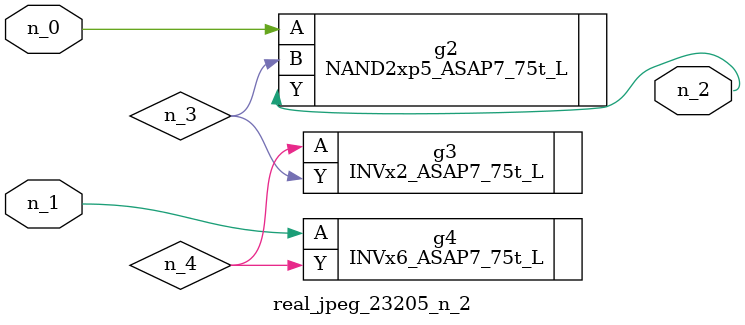
<source format=v>
module real_jpeg_23205_n_2 (n_1, n_0, n_2);

input n_1;
input n_0;

output n_2;

wire n_4;
wire n_3;

NAND2xp5_ASAP7_75t_L g2 ( 
.A(n_0),
.B(n_3),
.Y(n_2)
);

INVx6_ASAP7_75t_L g4 ( 
.A(n_1),
.Y(n_4)
);

INVx2_ASAP7_75t_L g3 ( 
.A(n_4),
.Y(n_3)
);


endmodule
</source>
